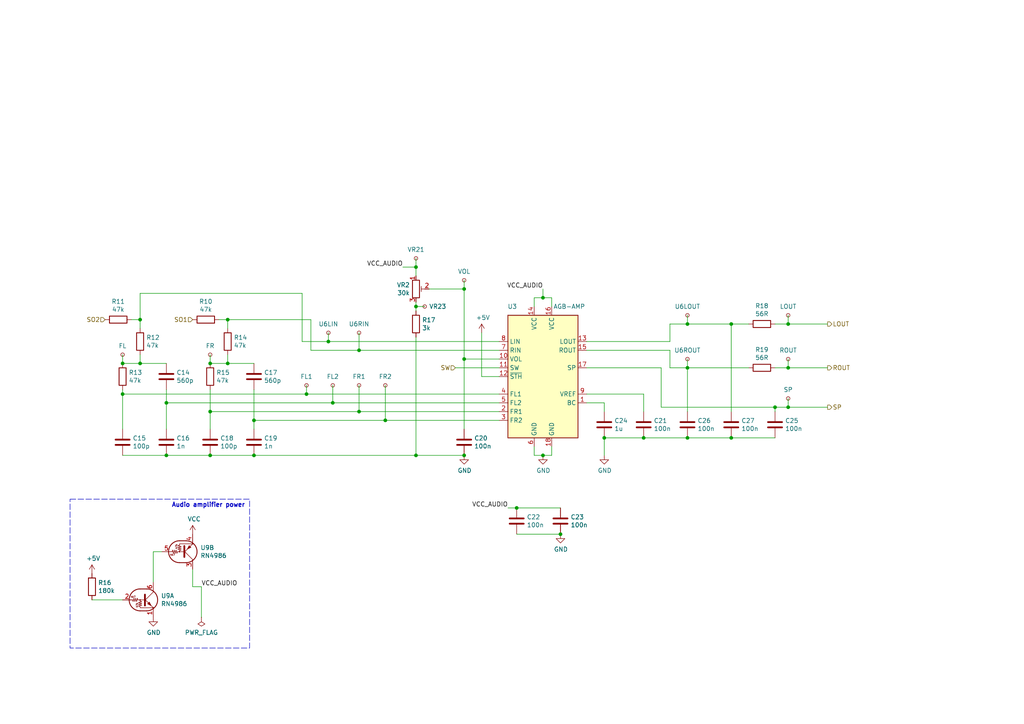
<source format=kicad_sch>
(kicad_sch (version 20230121) (generator eeschema)
  (paper "A4")
  (title_block (title "AGS-CPU-11") (date "2022-01-02") (rev "D") (company "https://gekkio.fi") (comment 1 "https://github.com/Gekkio/gb-schematics"))
  (lib_symbols
    (symbol "Connector:TestPoint_Small" (pin_numbers hide) (pin_names (offset 0.762) hide)
      (property "Reference" "TP" (at 0 3.81 0))
      (property "Value" "TestPoint_Small" (at 0 2.032 0))
      (symbol "TestPoint_Small_0_1"
        (circle (center 0 0) (radius 0.508))
      )
      (symbol "TestPoint_Small_1_1"
        (pin passive line (at 0 0 90) (length 0) (name "1") (number "1"))
      )
    )
    (symbol "Device:C" (pin_numbers hide) (pin_names (offset 0.254))
      (property "Reference" "C" (at 0.635 2.54 0))
      (property "Value" "C" (at 0.635 -2.54 0))
      (symbol "C_0_1"
        (polyline (pts (xy -2.032 -0.762) (xy 2.032 -0.762)) (stroke (width 0.508)))
        (polyline (pts (xy -2.032 0.762) (xy 2.032 0.762)) (stroke (width 0.508)))
      )
      (symbol "C_1_1"
        (pin passive line (at 0 3.81 270) (length 2.794) (name "~") (number "1"))
        (pin passive line (at 0 -3.81 90) (length 2.794) (name "~") (number "2"))
      )
    )
    (symbol "Device:R" (pin_numbers hide) (pin_names (offset 0))
      (property "Reference" "R" (at 2.032 0 90))
      (property "Value" "R" (at 0 0 90))
      (symbol "R_0_1"
        (rectangle (start -1.016 -2.54) (end 1.016 2.54) (stroke (width 0.254)))
      )
      (symbol "R_1_1"
        (pin passive line (at 0 3.81 270) (length 1.27) (name "~") (number "1"))
        (pin passive line (at 0 -3.81 90) (length 1.27) (name "~") (number "2"))
      )
    )
    (symbol "Device:R_Potentiometer_Trim" (pin_names (offset 1.016) hide)
      (property "Reference" "RV" (at -4.445 0 90))
      (property "Value" "R_Potentiometer_Trim" (at -2.54 0 90))
      (symbol "R_Potentiometer_Trim_0_1"
        (polyline (pts (xy 1.524 0.762) (xy 1.524 -0.762)))
        (polyline (pts (xy 2.54 0) (xy 1.524 0)))
        (rectangle (start 1.016 2.54) (end -1.016 -2.54) (stroke (width 0.254)))
      )
      (symbol "R_Potentiometer_Trim_1_1"
        (pin passive line (at 0 3.81 270) (length 1.27) (name "1") (number "1"))
        (pin passive line (at 3.81 0 180) (length 1.27) (name "2") (number "2"))
        (pin passive line (at 0 -3.81 90) (length 1.27) (name "3") (number "3"))
      )
    )
    (symbol "Gekkio_Amplifier_Audio:GameBoy_Amplifier_AGB"
      (property "Reference" "U" (at -10.16 19.05 0))
      (property "Value" "GameBoy_Amplifier_AGB" (at 3.81 19.05 0))
      (symbol "GameBoy_Amplifier_AGB_0_1"
        (rectangle (start -10.16 17.78) (end 10.16 -17.78) (stroke (width 0.254)) (fill (type background)))
      )
      (symbol "GameBoy_Amplifier_AGB_1_1"
        (pin power_out line (at 12.7 -7.62 180) (length 2.54) (name "BC") (number "1"))
        (pin input line (at -12.7 5.08 0) (length 2.54) (name "VOL") (number "10"))
        (pin input line (at -12.7 2.54 0) (length 2.54) (name "SW") (number "11"))
        (pin input line (at -12.7 0 0) (length 2.54) (name "~{STH}") (number "12"))
        (pin output line (at 12.7 10.16 180) (length 2.54) (name "LOUT") (number "13"))
        (pin power_in line (at -2.54 20.32 270) (length 2.54) (name "VCC") (number "14"))
        (pin output line (at 12.7 7.62 180) (length 2.54) (name "ROUT") (number "15"))
        (pin power_in line (at 2.54 20.32 270) (length 2.54) (name "VCC") (number "16"))
        (pin output line (at 12.7 2.54 180) (length 2.54) (name "SP") (number "17"))
        (pin power_in line (at 2.54 -20.32 90) (length 2.54) (name "GND") (number "18"))
        (pin input line (at -12.7 -10.16 0) (length 2.54) (name "FR1") (number "2"))
        (pin input line (at -12.7 -12.7 0) (length 2.54) (name "FR2") (number "3"))
        (pin input line (at -12.7 -5.08 0) (length 2.54) (name "FL1") (number "4"))
        (pin input line (at -12.7 -7.62 0) (length 2.54) (name "FL2") (number "5"))
        (pin power_in line (at -2.54 -20.32 90) (length 2.54) (name "GND") (number "6"))
        (pin input line (at -12.7 7.62 0) (length 2.54) (name "RIN") (number "7"))
        (pin input line (at -12.7 10.16 0) (length 2.54) (name "LIN") (number "8"))
        (pin power_out line (at 12.7 -5.08 180) (length 2.54) (name "VREF") (number "9"))
      )
    )
    (symbol "Gekkio_Transistor_BJT:RN4986" (pin_names (offset 0) hide)
      (property "Reference" "Q" (at 5.08 1.905 0))
      (property "Value" "RN4986" (at 5.08 0 0))
      (symbol "RN4986_0_0"
        (text "47k" (at -2.159 -1.524 900) (effects (font (size 0.508 0.508))))
        (text "4k7" (at -3.302 0.889 0) (effects (font (size 0.508 0.508))))
      )
      (symbol "RN4986_0_1"
        (circle (center -1.27 0) (radius 0.127))
        (arc (start -1.27 3.175) (mid -4.4312 0) (end -1.27 -3.175) (stroke (width 0.254)))
        (polyline (pts (xy -3.429 0) (xy -3.81 0)))
        (polyline (pts (xy -1.27 -3.175) (xy 0.635 -3.175)) (stroke (width 0.254)))
        (polyline (pts (xy -1.27 3.175) (xy 0.635 3.175)) (stroke (width 0.254)))
        (polyline (pts (xy 0 -0.254) (xy 2.54 2.286)))
        (polyline (pts (xy 0.127 1.524) (xy 0.127 -1.651)) (stroke (width 0.508)) (fill (type outline)))
        (polyline (pts (xy 2.54 2.286) (xy 2.54 2.54)))
        (polyline (pts (xy 2.54 -2.286) (xy 0 0.254) (xy 0 0.254)))
        (polyline (pts (xy 0 0) (xy -1.905 0) (xy -2.032 0.508) (xy -2.286 -0.508) (xy -2.54 0.508) (xy -2.794 -0.508) (xy -3.048 0.508) (xy -3.302 -0.508) (xy -3.429 0)))
        (polyline (pts (xy -1.27 0) (xy -1.27 -0.381) (xy -0.762 -0.508) (xy -1.778 -0.762) (xy -0.762 -1.016) (xy -1.778 -1.27) (xy -0.762 -1.524) (xy -1.778 -1.778) (xy -1.27 -1.905) (xy -1.27 -2.286) (xy 2.54 -2.286)))
        (arc (start 0.635 -3.175) (mid 3.7962 0) (end 0.635 3.175) (stroke (width 0.254)))
        (circle (center 2.54 -2.286) (radius 0.127))
      )
      (symbol "RN4986_1_1"
        (polyline (pts (xy 0.889 -1.143) (xy 1.397 -0.635) (xy 1.905 -1.651) (xy 0.889 -1.143)) (fill (type outline)))
        (pin passive line (at 2.54 -5.08 90) (length 2.54) (name "E") (number "1"))
        (pin input line (at -6.35 0 0) (length 2.54) (name "B") (number "2"))
        (pin passive line (at 2.54 5.08 270) (length 2.54) (name "C") (number "6"))
      )
      (symbol "RN4986_2_1"
        (polyline (pts (xy 2.032 -1.27) (xy 1.524 -1.778) (xy 1.016 -0.762) (xy 2.032 -1.27)) (fill (type outline)))
        (pin passive line (at 2.54 5.08 270) (length 2.54) (name "C") (number "3"))
        (pin passive line (at 2.54 -5.08 90) (length 2.54) (name "E") (number "4"))
        (pin input line (at -6.35 0 0) (length 2.54) (name "B") (number "5"))
      )
    )
    (symbol "power:+5V" (power) (pin_names (offset 0))
      (property "Value" "+5V" (at 0 3.556 0))
      (symbol "+5V_0_1"
        (polyline (pts (xy -0.762 1.27) (xy 0 2.54)))
        (polyline (pts (xy 0 0) (xy 0 2.54)))
        (polyline (pts (xy 0 2.54) (xy 0.762 1.27)))
      )
      (symbol "+5V_1_1"
        (pin power_in line (at 0 0 90) (length 0) hide (name "+5V") (number "1"))
      )
    )
    (symbol "power:GND" (power) (pin_names (offset 0))
      (property "Value" "GND" (at 0 -3.81 0))
      (symbol "GND_0_1"
        (polyline (pts (xy 0 0) (xy 0 -1.27) (xy 1.27 -1.27) (xy 0 -2.54) (xy -1.27 -1.27) (xy 0 -1.27)))
      )
      (symbol "GND_1_1"
        (pin power_in line (at 0 0 270) (length 0) hide (name "GND") (number "1"))
      )
    )
    (symbol "power:PWR_FLAG" (power) (pin_numbers hide) (pin_names (offset 0) hide)
      (property "Value" "PWR_FLAG" (at 0 3.81 0))
      (symbol "PWR_FLAG_0_0"
        (pin power_out line (at 0 0 90) (length 0) (name "pwr") (number "1"))
      )
      (symbol "PWR_FLAG_0_1"
        (polyline (pts (xy 0 0) (xy 0 1.27) (xy -1.016 1.905) (xy 0 2.54) (xy 1.016 1.905) (xy 0 1.27)))
      )
    )
    (symbol "power:VCC" (power) (pin_names (offset 0))
      (property "Value" "VCC" (at 0 3.81 0))
      (symbol "VCC_0_1"
        (polyline (pts (xy -0.762 1.27) (xy 0 2.54)))
        (polyline (pts (xy 0 0) (xy 0 2.54)))
        (polyline (pts (xy 0 2.54) (xy 0.762 1.27)))
      )
      (symbol "VCC_1_1"
        (pin power_in line (at 0 0 90) (length 0) hide (name "VCC") (number "1"))
      )
    )
  )
  (junction (at 175.26 127))
  (junction (at 134.62 104.14))
  (junction (at 104.14 119.38))
  (junction (at 40.64 105.41))
  (junction (at 199.39 127))
  (junction (at 40.64 92.71))
  (junction (at 224.79 118.11))
  (junction (at 120.65 77.47))
  (junction (at 60.96 132.08))
  (junction (at 120.65 88.9))
  (junction (at 212.09 93.98))
  (junction (at 212.09 127))
  (junction (at 199.39 106.68))
  (junction (at 157.48 86.36))
  (junction (at 199.39 93.98))
  (junction (at 228.6 93.98))
  (junction (at 88.9 114.3))
  (junction (at 228.6 118.11))
  (junction (at 157.48 132.08))
  (junction (at 66.04 92.71))
  (junction (at 35.56 105.41))
  (junction (at 228.6 106.68))
  (junction (at 111.76 121.92))
  (junction (at 149.86 147.32))
  (junction (at 134.62 83.82))
  (junction (at 120.65 132.08))
  (junction (at 48.26 132.08))
  (junction (at 186.69 127))
  (junction (at 60.96 119.38))
  (junction (at 73.66 132.08))
  (junction (at 35.56 114.3))
  (junction (at 95.25 99.06))
  (junction (at 60.96 105.41))
  (junction (at 162.56 154.94))
  (junction (at 66.04 105.41))
  (junction (at 104.14 101.6))
  (junction (at 96.52 116.84))
  (junction (at 48.26 116.84))
  (junction (at 73.66 121.92))
  (junction (at 134.62 132.08))
  (wire (pts (xy 191.77 106.68) (xy 191.77 118.11)))
  (wire (pts (xy 194.31 93.98) (xy 199.39 93.98)))
  (wire (pts (xy 35.56 102.87) (xy 35.56 105.41)))
  (wire (pts (xy 95.25 96.52) (xy 95.25 99.06)))
  (wire (pts (xy 66.04 102.87) (xy 66.04 105.41)))
  (wire (pts (xy 111.76 121.92) (xy 73.66 121.92)))
  (wire (pts (xy 147.32 147.32) (xy 149.86 147.32)))
  (wire (pts (xy 66.04 95.25) (xy 66.04 92.71)))
  (wire (pts (xy 40.64 92.71) (xy 38.1 92.71)))
  (wire (pts (xy 90.17 101.6) (xy 104.14 101.6)))
  (wire (pts (xy 66.04 105.41) (xy 73.66 105.41)))
  (wire (pts (xy 55.88 165.1) (xy 55.88 170.18)))
  (wire (pts (xy 60.96 132.08) (xy 48.26 132.08)))
  (wire (pts (xy 157.48 132.08) (xy 160.02 132.08)))
  (wire (pts (xy 175.26 127) (xy 175.26 132.08)))
  (wire (pts (xy 132.08 106.68) (xy 144.78 106.68)))
  (wire (pts (xy 104.14 119.38) (xy 144.78 119.38)))
  (wire (pts (xy 60.96 102.87) (xy 60.96 105.41)))
  (wire (pts (xy 87.63 99.06) (xy 95.25 99.06)))
  (wire (pts (xy 40.64 85.09) (xy 40.64 92.71)))
  (wire (pts (xy 134.62 104.14) (xy 144.78 104.14)))
  (wire (pts (xy 154.94 86.36) (xy 154.94 88.9)))
  (wire (pts (xy 90.17 101.6) (xy 90.17 92.71)))
  (wire (pts (xy 240.03 93.98) (xy 228.6 93.98)))
  (wire (pts (xy 120.65 90.17) (xy 120.65 88.9)))
  (wire (pts (xy 212.09 93.98) (xy 217.17 93.98)))
  (wire (pts (xy 48.26 132.08) (xy 35.56 132.08)))
  (wire (pts (xy 35.56 105.41) (xy 40.64 105.41)))
  (wire (pts (xy 212.09 119.38) (xy 212.09 93.98)))
  (wire (pts (xy 160.02 129.54) (xy 160.02 132.08)))
  (wire (pts (xy 170.18 106.68) (xy 191.77 106.68)))
  (wire (pts (xy 199.39 93.98) (xy 212.09 93.98)))
  (wire (pts (xy 96.52 111.76) (xy 96.52 116.84)))
  (wire (pts (xy 90.17 92.71) (xy 66.04 92.71)))
  (wire (pts (xy 139.7 109.22) (xy 144.78 109.22)))
  (wire (pts (xy 46.99 160.02) (xy 44.45 160.02)))
  (wire (pts (xy 186.69 127) (xy 175.26 127)))
  (wire (pts (xy 134.62 124.46) (xy 134.62 104.14)))
  (wire (pts (xy 170.18 116.84) (xy 175.26 116.84)))
  (wire (pts (xy 87.63 85.09) (xy 40.64 85.09)))
  (wire (pts (xy 60.96 119.38) (xy 60.96 124.46)))
  (wire (pts (xy 134.62 132.08) (xy 120.65 132.08)))
  (wire (pts (xy 35.56 113.03) (xy 35.56 114.3)))
  (wire (pts (xy 154.94 86.36) (xy 157.48 86.36)))
  (wire (pts (xy 228.6 115.57) (xy 228.6 118.11)))
  (wire (pts (xy 194.31 106.68) (xy 194.31 101.6)))
  (wire (pts (xy 228.6 104.14) (xy 228.6 106.68)))
  (wire (pts (xy 157.48 83.82) (xy 157.48 86.36)))
  (wire (pts (xy 111.76 111.76) (xy 111.76 121.92)))
  (wire (pts (xy 73.66 113.03) (xy 73.66 121.92)))
  (wire (pts (xy 120.65 74.93) (xy 120.65 77.47)))
  (wire (pts (xy 88.9 111.76) (xy 88.9 114.3)))
  (wire (pts (xy 120.65 77.47) (xy 120.65 80.01)))
  (wire (pts (xy 154.94 129.54) (xy 154.94 132.08)))
  (wire (pts (xy 240.03 118.11) (xy 228.6 118.11)))
  (wire (pts (xy 48.26 113.03) (xy 48.26 116.84)))
  (wire (pts (xy 73.66 121.92) (xy 73.66 124.46)))
  (wire (pts (xy 134.62 81.28) (xy 134.62 83.82)))
  (wire (pts (xy 199.39 104.14) (xy 199.39 106.68)))
  (wire (pts (xy 120.65 97.79) (xy 120.65 132.08)))
  (wire (pts (xy 26.67 173.99) (xy 35.56 173.99)))
  (wire (pts (xy 199.39 127) (xy 212.09 127)))
  (wire (pts (xy 104.14 119.38) (xy 60.96 119.38)))
  (wire (pts (xy 240.03 106.68) (xy 228.6 106.68)))
  (wire (pts (xy 88.9 114.3) (xy 144.78 114.3)))
  (wire (pts (xy 40.64 105.41) (xy 48.26 105.41)))
  (wire (pts (xy 120.65 132.08) (xy 73.66 132.08)))
  (wire (pts (xy 157.48 86.36) (xy 160.02 86.36)))
  (wire (pts (xy 40.64 92.71) (xy 40.64 95.25)))
  (wire (pts (xy 139.7 109.22) (xy 139.7 96.52)))
  (wire (pts (xy 88.9 114.3) (xy 35.56 114.3)))
  (wire (pts (xy 44.45 160.02) (xy 44.45 168.91)))
  (wire (pts (xy 66.04 92.71) (xy 63.5 92.71)))
  (wire (pts (xy 60.96 113.03) (xy 60.96 119.38)))
  (wire (pts (xy 170.18 114.3) (xy 186.69 114.3)))
  (wire (pts (xy 95.25 99.06) (xy 144.78 99.06)))
  (wire (pts (xy 224.79 118.11) (xy 224.79 119.38)))
  (wire (pts (xy 228.6 93.98) (xy 224.79 93.98)))
  (wire (pts (xy 224.79 118.11) (xy 191.77 118.11)))
  (wire (pts (xy 96.52 116.84) (xy 144.78 116.84)))
  (wire (pts (xy 170.18 99.06) (xy 194.31 99.06)))
  (wire (pts (xy 199.39 119.38) (xy 199.39 106.68)))
  (wire (pts (xy 104.14 96.52) (xy 104.14 101.6)))
  (wire (pts (xy 40.64 105.41) (xy 40.64 102.87)))
  (wire (pts (xy 228.6 118.11) (xy 224.79 118.11)))
  (wire (pts (xy 111.76 121.92) (xy 144.78 121.92)))
  (wire (pts (xy 228.6 106.68) (xy 224.79 106.68)))
  (wire (pts (xy 175.26 116.84) (xy 175.26 119.38)))
  (wire (pts (xy 58.42 170.18) (xy 58.42 179.07)))
  (wire (pts (xy 194.31 93.98) (xy 194.31 99.06)))
  (wire (pts (xy 217.17 106.68) (xy 199.39 106.68)))
  (wire (pts (xy 104.14 101.6) (xy 144.78 101.6)))
  (wire (pts (xy 186.69 127) (xy 199.39 127)))
  (wire (pts (xy 73.66 132.08) (xy 60.96 132.08)))
  (wire (pts (xy 55.88 170.18) (xy 58.42 170.18)))
  (wire (pts (xy 48.26 116.84) (xy 48.26 124.46)))
  (wire (pts (xy 104.14 111.76) (xy 104.14 119.38)))
  (wire (pts (xy 199.39 106.68) (xy 194.31 106.68)))
  (wire (pts (xy 134.62 83.82) (xy 134.62 104.14)))
  (wire (pts (xy 160.02 86.36) (xy 160.02 88.9)))
  (wire (pts (xy 170.18 101.6) (xy 194.31 101.6)))
  (wire (pts (xy 212.09 127) (xy 224.79 127)))
  (wire (pts (xy 154.94 132.08) (xy 157.48 132.08)))
  (wire (pts (xy 124.46 83.82) (xy 134.62 83.82)))
  (wire (pts (xy 199.39 91.44) (xy 199.39 93.98)))
  (wire (pts (xy 116.84 77.47) (xy 120.65 77.47)))
  (wire (pts (xy 162.56 147.32) (xy 149.86 147.32)))
  (wire (pts (xy 123.19 88.9) (xy 120.65 88.9)))
  (wire (pts (xy 87.63 85.09) (xy 87.63 99.06)))
  (wire (pts (xy 60.96 105.41) (xy 66.04 105.41)))
  (wire (pts (xy 96.52 116.84) (xy 48.26 116.84)))
  (wire (pts (xy 186.69 114.3) (xy 186.69 119.38)))
  (wire (pts (xy 228.6 91.44) (xy 228.6 93.98)))
  (wire (pts (xy 35.56 114.3) (xy 35.56 124.46)))
  (wire (pts (xy 120.65 88.9) (xy 120.65 87.63)))
  (wire (pts (xy 149.86 154.94) (xy 162.56 154.94)))
  (rectangle (start 20.32 144.78) (end 72.39 187.96) (stroke (width 0) (type dash)))
  (text "Audio amplifier power" (at 71.12 147.32 0) (effects (font (size 1.27 1.27) (thickness 0.254) bold) (justify right bottom)))
  (label "VCC_AUDIO" (at 147.32 147.32 180))
  (label "VCC_AUDIO" (at 116.84 77.47 180))
  (label "VCC_AUDIO" (at 157.48 83.82 180))
  (label "VCC_AUDIO" (at 58.42 170.18 0))
  (hierarchical_label "ROUT" (shape output) (at 240.03 106.68 0))
  (hierarchical_label "SO1" (shape input) (at 55.88 92.71 180))
  (hierarchical_label "LOUT" (shape output) (at 240.03 93.98 0))
  (hierarchical_label "SW" (shape input) (at 132.08 106.68 180))
  (hierarchical_label "SP" (shape output) (at 240.03 118.11 0))
  (hierarchical_label "SO2" (shape input) (at 30.48 92.71 180))
  (symbol (lib_id "Gekkio_Amplifier_Audio:GameBoy_Amplifier_AGB") (at 157.48 109.22 0) (unit 1)
    (property "Reference" "U3" (at 148.59 88.9 0))
    (property "Value" "AGB-AMP" (at 165.1 88.9 0))
    (property "Footprint" "Gekkio_Package_SO:Sharp_SSOP-18_6x7.4mm_P0.8mm" (effects hide))
  )
  (symbol (lib_id "power:GND") (at 157.48 132.08 0) (unit 1)
    (property "Reference" "#PWR0121" (effects hide))
    (property "Value" "GND" (at 157.607 136.4742 0))
  )
  (symbol (lib_id "Device:C") (at 175.26 123.19 0) (unit 1)
    (property "Reference" "C24" (at 178.181 122.0216 0) (effects (justify left)))
    (property "Value" "1u" (at 178.181 124.333 0) (effects (justify left)))
  )
  (symbol (lib_id "power:GND") (at 175.26 132.08 0) (unit 1)
    (property "Reference" "#PWR0122" (effects hide))
    (property "Value" "GND" (at 175.387 136.4742 0))
  )
  (symbol (lib_id "Device:C") (at 60.96 128.27 0) (unit 1)
    (property "Reference" "C18" (at 63.881 127.1016 0) (effects (justify left)))
    (property "Value" "100p" (at 63.881 129.413 0) (effects (justify left)))
  )
  (symbol (lib_id "Device:C") (at 35.56 128.27 0) (unit 1)
    (property "Reference" "C15" (at 38.481 127.1016 0) (effects (justify left)))
    (property "Value" "100p" (at 38.481 129.413 0) (effects (justify left)))
  )
  (symbol (lib_id "Device:C") (at 48.26 128.27 0) (unit 1)
    (property "Reference" "C16" (at 51.181 127.1016 0) (effects (justify left)))
    (property "Value" "1n" (at 51.181 129.413 0) (effects (justify left)))
  )
  (symbol (lib_id "Device:C") (at 48.26 109.22 0) (unit 1)
    (property "Reference" "C14" (at 51.181 108.0516 0) (effects (justify left)))
    (property "Value" "560p" (at 51.181 110.363 0) (effects (justify left)))
  )
  (symbol (lib_id "Device:C") (at 73.66 109.22 0) (unit 1)
    (property "Reference" "C17" (at 76.581 108.0516 0) (effects (justify left)))
    (property "Value" "560p" (at 76.581 110.363 0) (effects (justify left)))
  )
  (symbol (lib_id "Device:R") (at 60.96 109.22 0) (unit 1)
    (property "Reference" "R15" (at 62.738 108.0516 0) (effects (justify left)))
    (property "Value" "47k" (at 62.738 110.363 0) (effects (justify left)))
  )
  (symbol (lib_id "Device:R") (at 35.56 109.22 0) (unit 1)
    (property "Reference" "R13" (at 37.338 108.0516 0) (effects (justify left)))
    (property "Value" "47k" (at 37.338 110.363 0) (effects (justify left)))
  )
  (symbol (lib_id "Connector:TestPoint_Small") (at 35.56 102.87 90) (mirror x) (unit 1)
    (property "Reference" "TP51" (effects hide))
    (property "Value" "FL" (at 35.56 100.33 90))
  )
  (symbol (lib_id "Connector:TestPoint_Small") (at 60.96 102.87 90) (unit 1)
    (property "Reference" "TP52" (effects hide))
    (property "Value" "FR" (at 60.96 100.33 90))
  )
  (symbol (lib_id "Device:C") (at 186.69 123.19 0) (unit 1)
    (property "Reference" "C21" (at 189.611 122.0216 0) (effects (justify left)))
    (property "Value" "100n" (at 189.611 124.333 0) (effects (justify left)))
  )
  (symbol (lib_id "Device:R") (at 40.64 99.06 0) (unit 1)
    (property "Reference" "R12" (at 42.418 97.8916 0) (effects (justify left)))
    (property "Value" "47k" (at 42.418 100.203 0) (effects (justify left)))
  )
  (symbol (lib_id "Device:R") (at 66.04 99.06 0) (unit 1)
    (property "Reference" "R14" (at 67.818 97.8916 0) (effects (justify left)))
    (property "Value" "47k" (at 67.818 100.203 0) (effects (justify left)))
  )
  (symbol (lib_id "Device:R") (at 34.29 92.71 90) (unit 1)
    (property "Reference" "R11" (at 34.29 87.4522 90))
    (property "Value" "47k" (at 34.29 89.7636 90))
  )
  (symbol (lib_id "Device:R") (at 59.69 92.71 90) (unit 1)
    (property "Reference" "R10" (at 59.69 87.4522 90))
    (property "Value" "47k" (at 59.69 89.7636 90))
  )
  (symbol (lib_id "Device:C") (at 134.62 128.27 0) (unit 1)
    (property "Reference" "C20" (at 137.541 127.1016 0) (effects (justify left)))
    (property "Value" "100n" (at 137.541 129.413 0) (effects (justify left)))
  )
  (symbol (lib_id "Device:C") (at 73.66 128.27 0) (unit 1)
    (property "Reference" "C19" (at 76.581 127.1016 0) (effects (justify left)))
    (property "Value" "1n" (at 76.581 129.413 0) (effects (justify left)))
  )
  (symbol (lib_id "power:GND") (at 134.62 132.08 0) (unit 1)
    (property "Reference" "#PWR0123" (effects hide))
    (property "Value" "GND" (at 134.747 136.4742 0))
  )
  (symbol (lib_id "power:+5V") (at 139.7 96.52 0) (unit 1)
    (property "Reference" "#PWR0124" (effects hide))
    (property "Value" "+5V" (at 140.081 92.1258 0))
  )
  (symbol (lib_id "power:+5V") (at 26.67 166.37 0) (unit 1)
    (property "Reference" "#PWR0146" (effects hide))
    (property "Value" "+5V" (at 27.051 161.9758 0))
  )
  (symbol (lib_id "Gekkio_Transistor_BJT:RN4986") (at 53.34 160.02 0) (mirror x) (unit 2)
    (property "Reference" "U9" (at 58.1152 158.8516 0) (effects (justify left)))
    (property "Value" "RN4986" (at 58.1152 161.163 0) (effects (justify left)))
    (property "Footprint" "Package_TO_SOT_SMD:SOT-363_SC-70-6" (effects hide))
    (property "Datasheet" "https://toshiba.semicon-storage.com/info/docget.jsp?did=18983&prodName=RN4986" (effects hide))
  )
  (symbol (lib_id "Gekkio_Transistor_BJT:RN4986") (at 41.91 173.99 0) (unit 1)
    (property "Reference" "U9" (at 46.6852 172.8216 0) (effects (justify left)))
    (property "Value" "RN4986" (at 46.6852 175.133 0) (effects (justify left)))
    (property "Footprint" "Package_TO_SOT_SMD:SOT-363_SC-70-6" (effects hide))
    (property "Datasheet" "https://toshiba.semicon-storage.com/info/docget.jsp?did=18983&prodName=RN4986" (effects hide))
  )
  (symbol (lib_id "power:VCC") (at 55.88 154.94 0) (unit 1)
    (property "Reference" "#PWR0147" (effects hide))
    (property "Value" "VCC" (at 56.3118 150.5458 0))
  )
  (symbol (lib_id "Device:R") (at 26.67 170.18 0) (unit 1)
    (property "Reference" "R16" (at 28.448 169.0116 0) (effects (justify left)))
    (property "Value" "180k" (at 28.448 171.323 0) (effects (justify left)))
  )
  (symbol (lib_id "power:GND") (at 44.45 179.07 0) (unit 1)
    (property "Reference" "#PWR0148" (effects hide))
    (property "Value" "GND" (at 44.577 183.4642 0))
  )
  (symbol (lib_id "Device:R_Potentiometer_Trim") (at 120.65 83.82 0) (unit 1)
    (property "Reference" "VR2" (at 118.872 82.6516 0) (effects (justify right)))
    (property "Value" "30k" (at 118.872 84.963 0) (effects (justify right)))
  )
  (symbol (lib_id "Device:R") (at 120.65 93.98 0) (unit 1)
    (property "Reference" "R17" (at 122.428 92.8116 0) (effects (justify left)))
    (property "Value" "3k" (at 122.428 95.123 0) (effects (justify left)))
  )
  (symbol (lib_id "Connector:TestPoint_Small") (at 123.19 88.9 270) (mirror x) (unit 1)
    (property "Reference" "TP60" (effects hide))
    (property "Value" "VR23" (at 124.46 88.8999 90) (effects (justify left)))
  )
  (symbol (lib_id "Connector:TestPoint_Small") (at 134.62 81.28 90) (unit 1)
    (property "Reference" "TP61" (effects hide))
    (property "Value" "VOL" (at 134.62 78.74 90))
  )
  (symbol (lib_id "Connector:TestPoint_Small") (at 120.65 74.93 90) (unit 1)
    (property "Reference" "TP59" (effects hide))
    (property "Value" "VR21" (at 120.65 72.39 90))
  )
  (symbol (lib_id "Device:C") (at 199.39 123.19 0) (unit 1)
    (property "Reference" "C26" (at 202.311 122.0216 0) (effects (justify left)))
    (property "Value" "100n" (at 202.311 124.333 0) (effects (justify left)))
  )
  (symbol (lib_id "Device:C") (at 212.09 123.19 0) (unit 1)
    (property "Reference" "C27" (at 215.011 122.0216 0) (effects (justify left)))
    (property "Value" "100n" (at 215.011 124.333 0) (effects (justify left)))
  )
  (symbol (lib_id "Device:C") (at 224.79 123.19 0) (unit 1)
    (property "Reference" "C25" (at 227.711 122.0216 0) (effects (justify left)))
    (property "Value" "100n" (at 227.711 124.333 0) (effects (justify left)))
  )
  (symbol (lib_id "Device:C") (at 162.56 151.13 0) (unit 1)
    (property "Reference" "C23" (at 165.481 149.9616 0) (effects (justify left)))
    (property "Value" "100n" (at 165.481 152.273 0) (effects (justify left)))
  )
  (symbol (lib_id "Device:C") (at 149.86 151.13 0) (unit 1)
    (property "Reference" "C22" (at 152.781 149.9616 0) (effects (justify left)))
    (property "Value" "100n" (at 152.781 152.273 0) (effects (justify left)))
  )
  (symbol (lib_id "power:GND") (at 162.56 154.94 0) (unit 1)
    (property "Reference" "#PWR0149" (effects hide))
    (property "Value" "GND" (at 162.687 159.3342 0))
  )
  (symbol (lib_id "Device:R") (at 220.98 106.68 90) (unit 1)
    (property "Reference" "R19" (at 220.98 101.4222 90))
    (property "Value" "56R" (at 220.98 103.7336 90))
  )
  (symbol (lib_id "Device:R") (at 220.98 93.98 90) (unit 1)
    (property "Reference" "R18" (at 220.98 88.7222 90))
    (property "Value" "56R" (at 220.98 91.0336 90))
  )
  (symbol (lib_id "Connector:TestPoint_Small") (at 199.39 91.44 90) (unit 1)
    (property "Reference" "TP62" (effects hide))
    (property "Value" "U6LOUT" (at 199.39 88.9 90))
  )
  (symbol (lib_id "Connector:TestPoint_Small") (at 199.39 104.14 90) (unit 1)
    (property "Reference" "TP63" (effects hide))
    (property "Value" "U6ROUT" (at 199.39 101.6 90))
  )
  (symbol (lib_id "Connector:TestPoint_Small") (at 228.6 91.44 90) (unit 1)
    (property "Reference" "TP64" (effects hide))
    (property "Value" "LOUT" (at 228.6 88.9 90))
  )
  (symbol (lib_id "Connector:TestPoint_Small") (at 228.6 104.14 90) (unit 1)
    (property "Reference" "TP65" (effects hide))
    (property "Value" "ROUT" (at 228.6 101.6 90))
  )
  (symbol (lib_id "Connector:TestPoint_Small") (at 228.6 115.57 90) (unit 1)
    (property "Reference" "TP66" (effects hide))
    (property "Value" "SP" (at 228.6 113.03 90))
  )
  (symbol (lib_id "power:PWR_FLAG") (at 58.42 179.07 180) (unit 1)
    (property "Reference" "#FLG0108" (effects hide))
    (property "Value" "PWR_FLAG" (at 58.42 183.4642 0))
  )
  (symbol (lib_id "Connector:TestPoint_Small") (at 95.25 96.52 90) (unit 1)
    (property "Reference" "TP54" (effects hide))
    (property "Value" "U6LIN" (at 95.25 93.98 90))
  )
  (symbol (lib_id "Connector:TestPoint_Small") (at 104.14 96.52 90) (unit 1)
    (property "Reference" "TP56" (effects hide))
    (property "Value" "U6RIN" (at 104.14 93.98 90))
  )
  (symbol (lib_id "Connector:TestPoint_Small") (at 88.9 111.76 90) (unit 1)
    (property "Reference" "TP53" (effects hide))
    (property "Value" "FL1" (at 88.9 109.22 90))
  )
  (symbol (lib_id "Connector:TestPoint_Small") (at 96.52 111.76 90) (unit 1)
    (property "Reference" "TP55" (effects hide))
    (property "Value" "FL2" (at 96.52 109.22 90))
  )
  (symbol (lib_id "Connector:TestPoint_Small") (at 104.14 111.76 90) (unit 1)
    (property "Reference" "TP57" (effects hide))
    (property "Value" "FR1" (at 104.14 109.22 90))
  )
  (symbol (lib_id "Connector:TestPoint_Small") (at 111.76 111.76 90) (unit 1)
    (property "Reference" "TP58" (effects hide))
    (property "Value" "FR2" (at 111.76 109.22 90))
  )
)
</source>
